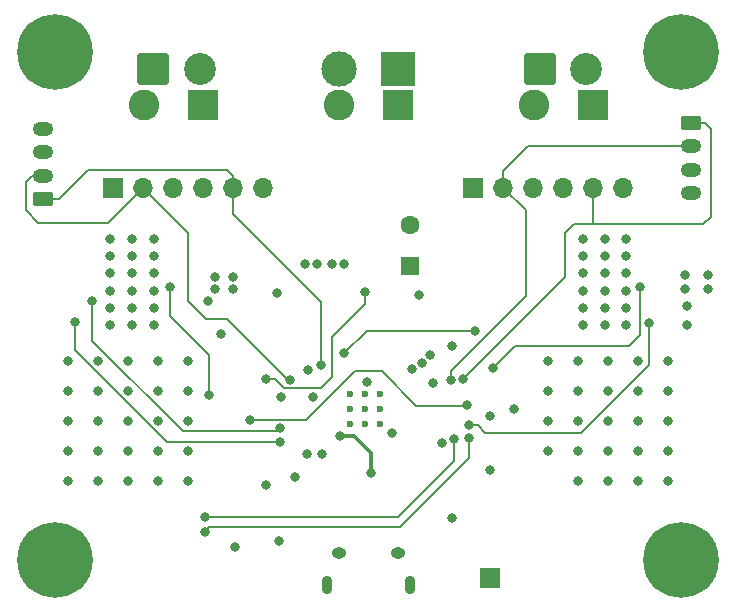
<source format=gbr>
%TF.GenerationSoftware,KiCad,Pcbnew,(6.0.1)*%
%TF.CreationDate,2022-02-12T08:58:57-05:00*%
%TF.ProjectId,motor-driver,6d6f746f-722d-4647-9269-7665722e6b69,rev?*%
%TF.SameCoordinates,Original*%
%TF.FileFunction,Copper,L3,Inr*%
%TF.FilePolarity,Positive*%
%FSLAX46Y46*%
G04 Gerber Fmt 4.6, Leading zero omitted, Abs format (unit mm)*
G04 Created by KiCad (PCBNEW (6.0.1)) date 2022-02-12 08:58:57*
%MOMM*%
%LPD*%
G01*
G04 APERTURE LIST*
G04 Aperture macros list*
%AMRoundRect*
0 Rectangle with rounded corners*
0 $1 Rounding radius*
0 $2 $3 $4 $5 $6 $7 $8 $9 X,Y pos of 4 corners*
0 Add a 4 corners polygon primitive as box body*
4,1,4,$2,$3,$4,$5,$6,$7,$8,$9,$2,$3,0*
0 Add four circle primitives for the rounded corners*
1,1,$1+$1,$2,$3*
1,1,$1+$1,$4,$5*
1,1,$1+$1,$6,$7*
1,1,$1+$1,$8,$9*
0 Add four rect primitives between the rounded corners*
20,1,$1+$1,$2,$3,$4,$5,0*
20,1,$1+$1,$4,$5,$6,$7,0*
20,1,$1+$1,$6,$7,$8,$9,0*
20,1,$1+$1,$8,$9,$2,$3,0*%
G04 Aperture macros list end*
%TA.AperFunction,ComponentPad*%
%ADD10RoundRect,0.250000X-0.625000X0.350000X-0.625000X-0.350000X0.625000X-0.350000X0.625000X0.350000X0*%
%TD*%
%TA.AperFunction,ComponentPad*%
%ADD11O,1.750000X1.200000*%
%TD*%
%TA.AperFunction,ComponentPad*%
%ADD12C,0.800000*%
%TD*%
%TA.AperFunction,ComponentPad*%
%ADD13C,6.400000*%
%TD*%
%TA.AperFunction,ComponentPad*%
%ADD14R,3.000000X3.000000*%
%TD*%
%TA.AperFunction,ComponentPad*%
%ADD15C,3.000000*%
%TD*%
%TA.AperFunction,ComponentPad*%
%ADD16R,1.700000X1.700000*%
%TD*%
%TA.AperFunction,ComponentPad*%
%ADD17O,1.700000X1.700000*%
%TD*%
%TA.AperFunction,ComponentPad*%
%ADD18RoundRect,0.250001X-1.099999X-1.099999X1.099999X-1.099999X1.099999X1.099999X-1.099999X1.099999X0*%
%TD*%
%TA.AperFunction,ComponentPad*%
%ADD19C,2.700000*%
%TD*%
%TA.AperFunction,ComponentPad*%
%ADD20O,1.250000X0.950000*%
%TD*%
%TA.AperFunction,ComponentPad*%
%ADD21O,0.890000X1.550000*%
%TD*%
%TA.AperFunction,ComponentPad*%
%ADD22R,2.600000X2.600000*%
%TD*%
%TA.AperFunction,ComponentPad*%
%ADD23C,2.600000*%
%TD*%
%TA.AperFunction,ComponentPad*%
%ADD24R,1.600000X1.600000*%
%TD*%
%TA.AperFunction,ComponentPad*%
%ADD25C,1.600000*%
%TD*%
%TA.AperFunction,ComponentPad*%
%ADD26RoundRect,0.250000X0.625000X-0.350000X0.625000X0.350000X-0.625000X0.350000X-0.625000X-0.350000X0*%
%TD*%
%TA.AperFunction,ComponentPad*%
%ADD27C,0.600000*%
%TD*%
%TA.AperFunction,ViaPad*%
%ADD28C,0.800000*%
%TD*%
%TA.AperFunction,Conductor*%
%ADD29C,0.203200*%
%TD*%
%TA.AperFunction,Conductor*%
%ADD30C,0.177800*%
%TD*%
%TA.AperFunction,Conductor*%
%ADD31C,0.304800*%
%TD*%
%TA.AperFunction,Conductor*%
%ADD32C,0.203000*%
%TD*%
%TA.AperFunction,Conductor*%
%ADD33C,0.250000*%
%TD*%
G04 APERTURE END LIST*
D10*
%TO.N,/ENC2_B*%
%TO.C,J9*%
X177350000Y-94500000D03*
D11*
%TO.N,/ENC2_A*%
X177350000Y-96500000D03*
%TO.N,+3V3*%
X177350000Y-98500000D03*
%TO.N,GND*%
X177350000Y-100500000D03*
%TD*%
D12*
%TO.N,GND*%
%TO.C,REF\u002A\u002A*%
X178197056Y-133197056D03*
X178197056Y-129802944D03*
X174100000Y-131500000D03*
D13*
X176500000Y-131500000D03*
X176500000Y-131500000D03*
D12*
X174802944Y-133197056D03*
X174802944Y-129802944D03*
X176500000Y-129100000D03*
X176500000Y-133900000D03*
X178900000Y-131500000D03*
%TD*%
D14*
%TO.N,GND*%
%TO.C,J12*%
X152500000Y-90000000D03*
D15*
%TO.N,VBUS*%
X147500000Y-90000000D03*
%TD*%
D13*
%TO.N,GND*%
%TO.C,REF\u002A\u002A*%
X176500000Y-88500000D03*
D12*
X174100000Y-88500000D03*
X176500000Y-86100000D03*
X178197056Y-90197056D03*
D13*
X176500000Y-88500000D03*
D12*
X178900000Y-88500000D03*
X178197056Y-86802944D03*
X174802944Y-90197056D03*
X174802944Y-86802944D03*
X176500000Y-90900000D03*
%TD*%
D16*
%TO.N,/M1B*%
%TO.C,J4*%
X128410000Y-100000000D03*
D17*
%TO.N,/ENC1_A*%
X130950000Y-100000000D03*
%TO.N,GND*%
X133490000Y-100000000D03*
%TO.N,+3V3*%
X136030000Y-100000000D03*
%TO.N,/ENC1_B*%
X138570000Y-100000000D03*
%TO.N,/M1A*%
X141110000Y-100000000D03*
%TD*%
D16*
%TO.N,/M2B*%
%TO.C,J5*%
X158890000Y-100000000D03*
D17*
%TO.N,/ENC2_A*%
X161430000Y-100000000D03*
%TO.N,GND*%
X163970000Y-100000000D03*
%TO.N,+3V3*%
X166510000Y-100000000D03*
%TO.N,/ENC2_B*%
X169050000Y-100000000D03*
%TO.N,/M2A*%
X171590000Y-100000000D03*
%TD*%
D18*
%TO.N,/M2B*%
%TO.C,J11*%
X164500000Y-90000000D03*
D19*
%TO.N,/M2A*%
X168460000Y-90000000D03*
%TD*%
D20*
%TO.N,GND*%
%TO.C,J14*%
X147500000Y-130933000D03*
X152500000Y-130933000D03*
D21*
X153500000Y-133633000D03*
X146500000Y-133633000D03*
%TD*%
D13*
%TO.N,GND*%
%TO.C,REF\u002A\u002A*%
X123500000Y-131500000D03*
D12*
X121802944Y-133197056D03*
X121802944Y-129802944D03*
X123500000Y-133900000D03*
X125900000Y-131500000D03*
X121100000Y-131500000D03*
X125197056Y-129802944D03*
X123500000Y-129100000D03*
X125197056Y-133197056D03*
D13*
X123500000Y-131500000D03*
%TD*%
D22*
%TO.N,GND*%
%TO.C,J3*%
X152500000Y-93000000D03*
D23*
%TO.N,VBUS*%
X147500000Y-93000000D03*
%TD*%
D12*
%TO.N,GND*%
%TO.C,U2*%
X170000000Y-111650000D03*
X168150000Y-108730000D03*
X171850000Y-108730000D03*
X168150000Y-107270000D03*
X170000000Y-105810000D03*
X171850000Y-110190000D03*
X168150000Y-110190000D03*
X170000000Y-107270000D03*
X168150000Y-111650000D03*
X170000000Y-108730000D03*
X170000000Y-110190000D03*
X171850000Y-104350000D03*
X168150000Y-105810000D03*
X168150000Y-104350000D03*
X171850000Y-105810000D03*
X171850000Y-111650000D03*
X170000000Y-104350000D03*
X171850000Y-107270000D03*
%TD*%
D16*
%TO.N,/~{USB_BOOT}*%
%TO.C,J13*%
X160287000Y-133095000D03*
%TD*%
D22*
%TO.N,/M2A*%
%TO.C,J2*%
X169000000Y-93000000D03*
D23*
%TO.N,/M2B*%
X164000000Y-93000000D03*
%TD*%
D18*
%TO.N,/M1B*%
%TO.C,J10*%
X131750000Y-90000000D03*
D19*
%TO.N,/M1A*%
X135710000Y-90000000D03*
%TD*%
D12*
%TO.N,GND*%
%TO.C,REF\u002A\u002A*%
X125197056Y-86802944D03*
D13*
X123500000Y-88500000D03*
D12*
X123500000Y-90900000D03*
X121100000Y-88500000D03*
X125900000Y-88500000D03*
X123500000Y-86100000D03*
X121802944Y-86802944D03*
X121802944Y-90197056D03*
X125197056Y-90197056D03*
D13*
X123500000Y-88500000D03*
%TD*%
D22*
%TO.N,/M1A*%
%TO.C,J1*%
X136000000Y-93000008D03*
D23*
%TO.N,/M1B*%
X131000000Y-93000008D03*
%TD*%
D24*
%TO.N,VCC*%
%TO.C,C1*%
X153556000Y-106680651D03*
D25*
%TO.N,GND*%
X153556000Y-103180651D03*
%TD*%
D12*
%TO.N,GND*%
%TO.C,U1*%
X128150000Y-105810000D03*
X128150000Y-111650000D03*
X128150000Y-104350000D03*
X131850000Y-107270000D03*
X130000000Y-107270000D03*
X131850000Y-110190000D03*
X131850000Y-111650000D03*
X131850000Y-105810000D03*
X128150000Y-108730000D03*
X130000000Y-110190000D03*
X131850000Y-108730000D03*
X131850000Y-104350000D03*
X128150000Y-110190000D03*
X128150000Y-107270000D03*
X130000000Y-105810000D03*
X130000000Y-108730000D03*
X130000000Y-104350000D03*
X130000000Y-111650000D03*
%TD*%
D26*
%TO.N,/ENC1_B*%
%TO.C,J8*%
X122450000Y-101000000D03*
D11*
%TO.N,/ENC1_A*%
X122450000Y-99000000D03*
%TO.N,+3V3*%
X122450000Y-97000000D03*
%TO.N,GND*%
X122450000Y-95000000D03*
%TD*%
D27*
%TO.N,GND*%
%TO.C,U5*%
X148471000Y-120019000D03*
X149746000Y-118744000D03*
X148471000Y-117469000D03*
X149746000Y-120019000D03*
X151021000Y-118744000D03*
X151021000Y-117469000D03*
X151021000Y-120019000D03*
X148471000Y-118744000D03*
X149746000Y-117469000D03*
%TD*%
D28*
%TO.N,GND*%
X129680000Y-124840000D03*
X134760000Y-119760000D03*
X127140000Y-117220000D03*
X172860000Y-122300000D03*
X124600000Y-114680000D03*
X129680000Y-114680000D03*
X124600000Y-119760000D03*
X127140000Y-124840000D03*
X167780000Y-117220000D03*
X134760000Y-124840000D03*
X175400000Y-117220000D03*
X175400000Y-119760000D03*
X172860000Y-114680000D03*
X143805000Y-124487000D03*
X132220000Y-114680000D03*
X132220000Y-122300000D03*
X170320000Y-122300000D03*
X160287000Y-119379000D03*
X142634000Y-117728000D03*
X167780000Y-119760000D03*
X172860000Y-119760000D03*
X160287000Y-123951000D03*
X170320000Y-114680000D03*
X155461000Y-116585000D03*
X165240000Y-119760000D03*
X167780000Y-122300000D03*
X127140000Y-119760000D03*
X165240000Y-122300000D03*
X167780000Y-114680000D03*
X177000000Y-111600000D03*
X175400000Y-114680000D03*
X170320000Y-119760000D03*
X124600000Y-122300000D03*
X124600000Y-117220000D03*
X124600000Y-124840000D03*
X156223000Y-121622700D03*
X172860000Y-117220000D03*
X170320000Y-117220000D03*
X127140000Y-122300000D03*
X165240000Y-117220000D03*
X127140000Y-114680000D03*
X132220000Y-124840000D03*
X175400000Y-122300000D03*
X154318000Y-109092000D03*
X137554000Y-112394000D03*
X144920000Y-115442000D03*
X129680000Y-117220000D03*
X165240000Y-114680000D03*
X170320000Y-124840000D03*
X167780000Y-124840000D03*
X132220000Y-119760000D03*
X134760000Y-114680000D03*
X134760000Y-122300000D03*
X129680000Y-119760000D03*
X142253000Y-108965000D03*
X175400000Y-124840000D03*
X129680000Y-122300000D03*
X132220000Y-117220000D03*
X134760000Y-117220000D03*
X172860000Y-124840000D03*
%TO.N,VCC*%
X146952000Y-106480000D03*
X147968000Y-106480000D03*
X144666000Y-106480000D03*
X178800000Y-107400000D03*
X137000000Y-107600000D03*
X178800000Y-108600000D03*
X137046000Y-108584000D03*
X176800000Y-107400000D03*
X176800000Y-108600000D03*
X138570000Y-107568000D03*
X138570000Y-108584000D03*
X145682000Y-106480000D03*
%TO.N,+3V3*%
X138697000Y-130428000D03*
X146063000Y-122554000D03*
X145285000Y-117744000D03*
X157112000Y-113410000D03*
X162319000Y-118744000D03*
X149873000Y-116458000D03*
X157112000Y-128015000D03*
X177000000Y-110000000D03*
X144793000Y-122554000D03*
X136411000Y-109600000D03*
X142441000Y-129920000D03*
X152032000Y-120776000D03*
%TO.N,/M1_PWM*%
X125200000Y-111400000D03*
X142507000Y-121538000D03*
%TO.N,/SDA*%
X157239000Y-121284000D03*
X136157000Y-127888000D03*
%TO.N,/SCL*%
X158509000Y-121245380D03*
X136157000Y-129158000D03*
%TO.N,/M2_DIR*%
X173750000Y-111500000D03*
X158509000Y-120141000D03*
%TO.N,/ENC1_A*%
X143402074Y-116265964D03*
%TO.N,/ENC1_B*%
X145987253Y-114985253D03*
%TO.N,/ENC2_B*%
X158001000Y-116204000D03*
%TO.N,/ENC2_A*%
X156985000Y-116331000D03*
%TO.N,/M1_FLAG*%
X136538000Y-117601000D03*
X133236000Y-108457000D03*
%TO.N,/M2_FLAG*%
X173000000Y-108400000D03*
X160541000Y-115315000D03*
%TO.N,+1V1*%
X150193964Y-124138036D03*
X147565000Y-121052000D03*
%TO.N,/RUN*%
X159017000Y-112140000D03*
X147968000Y-114045000D03*
%TO.N,/M1_ENABLE*%
X142507000Y-120395000D03*
X126600000Y-109600000D03*
%TO.N,+5V*%
X141364000Y-125221000D03*
X149746000Y-108838000D03*
X141364000Y-116204000D03*
%TO.N,Net-(D3-Pad4)*%
X139967000Y-119695500D03*
X158371817Y-118439083D03*
%TO.N,/ADDR_0*%
X153694661Y-115328138D03*
%TO.N,/ADDR_1*%
X154546620Y-114849300D03*
%TO.N,/ADDR_2*%
X155257986Y-114179167D03*
%TD*%
D29*
%TO.N,/M1_PWM*%
X132982000Y-121538000D02*
X125200000Y-113756000D01*
X142507000Y-121538000D02*
X132982000Y-121538000D01*
X125200000Y-113756000D02*
X125200000Y-111400000D01*
%TO.N,/SDA*%
X157239000Y-123189014D02*
X152540005Y-127888009D01*
X157239000Y-121284000D02*
X157239000Y-123189014D01*
X152540005Y-127888009D02*
X136157009Y-127888009D01*
D30*
X136157009Y-127888009D02*
X136157000Y-127888000D01*
D29*
%TO.N,/SCL*%
X152667005Y-128777009D02*
X136537991Y-128777009D01*
X158509000Y-121245380D02*
X158509000Y-122935014D01*
D30*
X136537991Y-128777009D02*
X136157000Y-129158000D01*
D29*
X158509000Y-122935014D02*
X152667005Y-128777009D01*
%TO.N,/M2_DIR*%
X168034000Y-120776000D02*
X159906000Y-120776000D01*
X159271000Y-120141000D02*
X158509000Y-120141000D01*
X173750000Y-115060000D02*
X168034000Y-120776000D01*
X159906000Y-120776000D02*
X159271000Y-120141000D01*
X173750000Y-111500000D02*
X173750000Y-115060000D01*
%TO.N,/ENC1_A*%
X121000000Y-99500000D02*
X121000000Y-101936000D01*
X143402074Y-116265964D02*
X143203964Y-116265964D01*
X134760000Y-109600000D02*
X134760000Y-103810000D01*
X128000000Y-103000000D02*
X130950000Y-100050000D01*
X121000000Y-101936000D02*
X122064000Y-103000000D01*
X134760000Y-103810000D02*
X130950000Y-100000000D01*
X138062000Y-111124000D02*
X136284000Y-111124000D01*
D30*
X122450000Y-99000000D02*
X121500000Y-99000000D01*
D29*
X136284000Y-111124000D02*
X134760000Y-109600000D01*
X143203964Y-116265964D02*
X138062000Y-111124000D01*
X122064000Y-103000000D02*
X128000000Y-103000000D01*
X121500000Y-99000000D02*
X121000000Y-99500000D01*
%TO.N,/ENC1_B*%
X145987253Y-109651253D02*
X145987253Y-114985253D01*
X123802000Y-101000000D02*
X126251000Y-98551000D01*
X138570000Y-102234000D02*
X145987253Y-109651253D01*
X126251000Y-98551000D02*
X138062000Y-98551000D01*
X138570000Y-99059000D02*
X138570000Y-100000000D01*
X138062000Y-98551000D02*
X138570000Y-99059000D01*
X138570000Y-100000000D02*
X138570000Y-102234000D01*
X122450000Y-101000000D02*
X123802000Y-101000000D01*
D30*
%TO.N,/ENC2_B*%
X179000000Y-95000000D02*
X178500000Y-94500000D01*
D29*
X178377000Y-103123000D02*
X179000000Y-102500000D01*
X166637000Y-107568000D02*
X166637000Y-103885000D01*
X169050000Y-100000000D02*
X169050000Y-103123000D01*
X158001000Y-116204000D02*
X166637000Y-107568000D01*
X167399000Y-103123000D02*
X169050000Y-103123000D01*
X169050000Y-103123000D02*
X178377000Y-103123000D01*
X166637000Y-103885000D02*
X167399000Y-103123000D01*
X179000000Y-102500000D02*
X179000000Y-95000000D01*
D30*
X178500000Y-94500000D02*
X177350000Y-94500000D01*
D29*
%TO.N,/ENC2_A*%
X163335000Y-101905000D02*
X161430000Y-100000000D01*
X156985000Y-116331000D02*
X156985000Y-115569000D01*
X163335000Y-109219000D02*
X163335000Y-101905000D01*
X156985000Y-115569000D02*
X163335000Y-109219000D01*
X161430000Y-98570000D02*
X161430000Y-100000000D01*
X161430000Y-98570000D02*
X163500000Y-96500000D01*
X177350000Y-96500000D02*
X163500000Y-96500000D01*
D30*
%TO.N,/M1_FLAG*%
X133236000Y-110870000D02*
X136538000Y-114172000D01*
X133236000Y-108457000D02*
X133236000Y-110870000D01*
X136538000Y-114172000D02*
X136538000Y-117601000D01*
D29*
%TO.N,/M2_FLAG*%
X160541000Y-115315000D02*
X162446000Y-113410000D01*
X162446000Y-113410000D02*
X172098000Y-113410000D01*
X173000000Y-112508000D02*
X173000000Y-108400000D01*
X172098000Y-113410000D02*
X173000000Y-112508000D01*
D31*
%TO.N,+1V1*%
X150193959Y-122493959D02*
X148752006Y-121052006D01*
X150193959Y-124138030D02*
X150193959Y-122493959D01*
X148752006Y-121052006D02*
X147565008Y-121052006D01*
D29*
%TO.N,/RUN*%
X149873000Y-112140000D02*
X159017000Y-112140000D01*
X147968000Y-114045000D02*
X149873000Y-112140000D01*
%TO.N,/M1_ENABLE*%
X134279000Y-120649000D02*
X126600000Y-112970000D01*
D30*
X142507000Y-120395000D02*
X142253000Y-120649000D01*
D29*
X126600000Y-112970000D02*
X126600000Y-109600000D01*
X142253000Y-120649000D02*
X134279000Y-120649000D01*
D32*
%TO.N,+5V*%
X146952000Y-116015610D02*
X146001610Y-116966000D01*
X149746000Y-108838000D02*
X149746000Y-109854000D01*
D29*
X141364000Y-116204000D02*
X142126000Y-116204000D01*
X142126000Y-116204000D02*
X142888000Y-116966000D01*
X142888000Y-116966000D02*
X145936000Y-116966000D01*
D32*
X146952000Y-112648000D02*
X146952000Y-116015610D01*
X146001610Y-116966000D02*
X145936000Y-116966000D01*
X149746000Y-109854000D02*
X146952000Y-112648000D01*
D29*
%TO.N,Net-(D3-Pad4)*%
X148857000Y-115569000D02*
X151143000Y-115569000D01*
X151143000Y-115569000D02*
X154064000Y-118490000D01*
X154064000Y-118490000D02*
X158320900Y-118490000D01*
D33*
X158320900Y-118490000D02*
X158371817Y-118439083D01*
X139967000Y-119695500D02*
X139992011Y-119670489D01*
D29*
X139992011Y-119670489D02*
X144755511Y-119670489D01*
X144755511Y-119670489D02*
X148857000Y-115569000D01*
%TD*%
M02*

</source>
